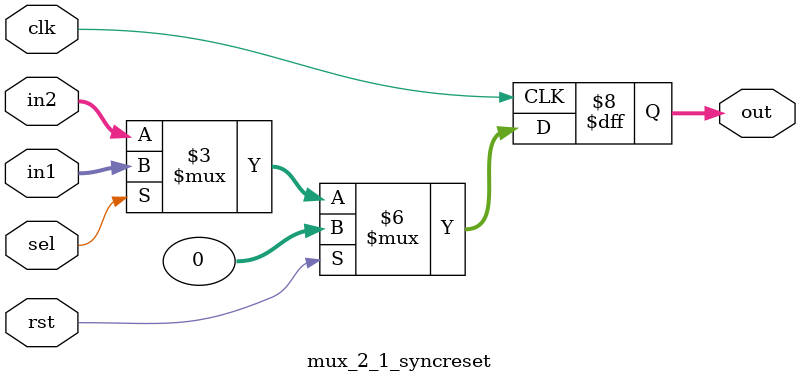
<source format=v>

module mux_2_1_syncreset(
    input clk,
    input rst,
    input sel,
    input [31:0] in1,
    input [31:0] in2,
    output reg [31:0] out
);

always @(posedge clk) begin
    if (rst) begin
        out <= 0;
    end else begin
        if (sel) begin
            out <= in1;
        end else begin
            out <= in2;
        end
    end
end

endmodule

</source>
